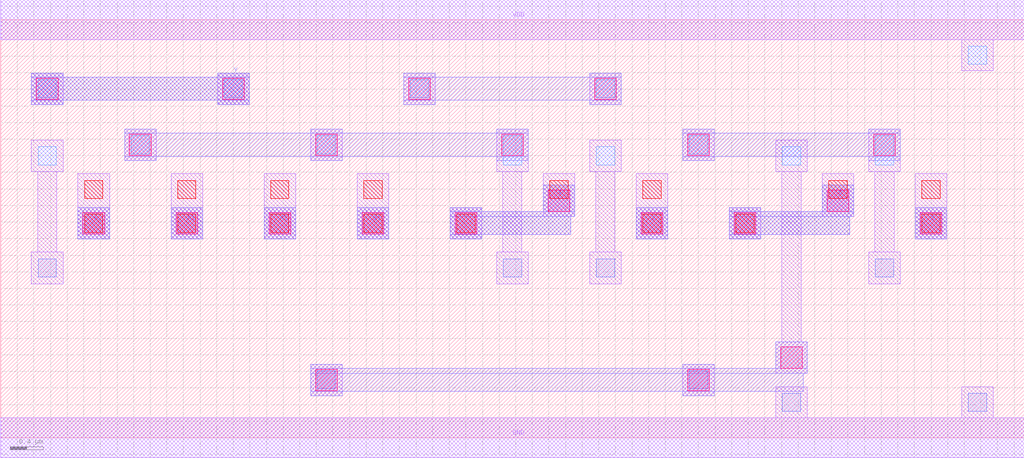
<source format=lef>
MACRO AAOAOI32111
 CLASS CORE ;
 FOREIGN AAOAOI32111 0 0 ;
 SIZE 12.32 BY 5.04 ;
 ORIGIN 0 0 ;
 SYMMETRY X Y R90 ;
 SITE unit ;
  PIN VDD
   DIRECTION INOUT ;
   USE POWER ;
   SHAPE ABUTMENT ;
    PORT
     CLASS CORE ;
       LAYER met1 ;
        RECT 0.00000000 4.80000000 12.32000000 5.28000000 ;
    END
  END VDD

  PIN GND
   DIRECTION INOUT ;
   USE POWER ;
   SHAPE ABUTMENT ;
    PORT
     CLASS CORE ;
       LAYER met1 ;
        RECT 0.00000000 -0.24000000 12.32000000 0.24000000 ;
    END
  END GND

  PIN Y
   DIRECTION INOUT ;
   USE SIGNAL ;
   SHAPE ABUTMENT ;
    PORT
     CLASS CORE ;
       LAYER met2 ;
        RECT 0.37000000 4.01700000 0.75000000 4.06700000 ;
        RECT 2.61000000 4.01700000 2.99000000 4.06700000 ;
        RECT 0.37000000 4.06700000 2.99000000 4.34700000 ;
        RECT 0.37000000 4.34700000 0.75000000 4.39700000 ;
        RECT 2.61000000 4.34700000 2.99000000 4.39700000 ;
    END
  END Y

  PIN D
   DIRECTION INOUT ;
   USE SIGNAL ;
   SHAPE ABUTMENT ;
    PORT
     CLASS CORE ;
       LAYER met2 ;
        RECT 8.77000000 2.39700000 9.15000000 2.44700000 ;
        RECT 8.77000000 2.44700000 10.22000000 2.66700000 ;
        RECT 8.77000000 2.66700000 10.27000000 2.72700000 ;
        RECT 8.77000000 2.72700000 9.15000000 2.77700000 ;
        RECT 9.89000000 2.72700000 10.27000000 3.04700000 ;
    END
  END D

  PIN A2
   DIRECTION INOUT ;
   USE SIGNAL ;
   SHAPE ABUTMENT ;
    PORT
     CLASS CORE ;
       LAYER met2 ;
        RECT 3.17000000 2.39700000 3.55000000 2.77700000 ;
    END
  END A2

  PIN A1
   DIRECTION INOUT ;
   USE SIGNAL ;
   SHAPE ABUTMENT ;
    PORT
     CLASS CORE ;
       LAYER met2 ;
        RECT 2.05000000 2.39700000 2.43000000 2.77700000 ;
    END
  END A1

  PIN B1
   DIRECTION INOUT ;
   USE SIGNAL ;
   SHAPE ABUTMENT ;
    PORT
     CLASS CORE ;
       LAYER met2 ;
        RECT 4.29000000 2.39700000 4.67000000 2.77700000 ;
    END
  END B1

  PIN B
   DIRECTION INOUT ;
   USE SIGNAL ;
   SHAPE ABUTMENT ;
    PORT
     CLASS CORE ;
       LAYER met2 ;
        RECT 5.41000000 2.39700000 5.79000000 2.44700000 ;
        RECT 5.41000000 2.44700000 6.86000000 2.66700000 ;
        RECT 5.41000000 2.66700000 6.91000000 2.72700000 ;
        RECT 5.41000000 2.72700000 5.79000000 2.77700000 ;
        RECT 6.53000000 2.72700000 6.91000000 3.04700000 ;
    END
  END B

  PIN E
   DIRECTION INOUT ;
   USE SIGNAL ;
   SHAPE ABUTMENT ;
    PORT
     CLASS CORE ;
       LAYER met2 ;
        RECT 11.01000000 2.39700000 11.39000000 2.77700000 ;
    END
  END E

  PIN C
   DIRECTION INOUT ;
   USE SIGNAL ;
   SHAPE ABUTMENT ;
    PORT
     CLASS CORE ;
       LAYER met2 ;
        RECT 7.65000000 2.39700000 8.03000000 2.77700000 ;
    END
  END C

  PIN A
   DIRECTION INOUT ;
   USE SIGNAL ;
   SHAPE ABUTMENT ;
    PORT
     CLASS CORE ;
       LAYER met2 ;
        RECT 0.93000000 2.39700000 1.31000000 2.77700000 ;
    END
  END A

 OBS
    LAYER polycont ;
     RECT 1.01000000 2.47700000 1.23000000 2.69700000 ;
     RECT 2.13000000 2.47700000 2.35000000 2.69700000 ;
     RECT 3.25000000 2.47700000 3.47000000 2.69700000 ;
     RECT 4.37000000 2.47700000 4.59000000 2.69700000 ;
     RECT 5.49000000 2.47700000 5.71000000 2.69700000 ;
     RECT 7.73000000 2.47700000 7.95000000 2.69700000 ;
     RECT 8.85000000 2.47700000 9.07000000 2.69700000 ;
     RECT 11.09000000 2.47700000 11.31000000 2.69700000 ;
     RECT 1.01000000 2.88200000 1.23000000 3.10200000 ;
     RECT 2.13000000 2.88200000 2.35000000 3.10200000 ;
     RECT 3.25000000 2.88200000 3.47000000 3.10200000 ;
     RECT 4.37000000 2.88200000 4.59000000 3.10200000 ;
     RECT 6.61000000 2.88200000 6.83000000 3.10200000 ;
     RECT 7.73000000 2.88200000 7.95000000 3.10200000 ;
     RECT 9.97000000 2.88200000 10.19000000 3.10200000 ;
     RECT 11.09000000 2.88200000 11.31000000 3.10200000 ;

    LAYER pdiffc ;
     RECT 0.45000000 3.28700000 0.67000000 3.50700000 ;
     RECT 7.17000000 3.28700000 7.39000000 3.50700000 ;
     RECT 9.41000000 3.28700000 9.63000000 3.50700000 ;
     RECT 1.57000000 3.42200000 1.79000000 3.64200000 ;
     RECT 3.81000000 3.42200000 4.03000000 3.64200000 ;
     RECT 6.05000000 3.28700000 6.27000000 3.64200000 ;
     RECT 8.29000000 3.42200000 8.51000000 3.64200000 ;
     RECT 10.53000000 3.28700000 10.75000000 3.64200000 ;
     RECT 0.45000000 4.09700000 0.67000000 4.31700000 ;
     RECT 2.69000000 4.09700000 2.91000000 4.31700000 ;
     RECT 4.93000000 4.09700000 5.15000000 4.31700000 ;
     RECT 7.17000000 4.09700000 7.39000000 4.31700000 ;
     RECT 11.65000000 4.50200000 11.87000000 4.72200000 ;

    LAYER ndiffc ;
     RECT 9.41000000 0.31700000 9.63000000 0.53700000 ;
     RECT 11.65000000 0.31700000 11.87000000 0.53700000 ;
     RECT 3.81000000 0.58700000 4.03000000 0.80700000 ;
     RECT 8.29000000 0.58700000 8.51000000 0.80700000 ;
     RECT 0.45000000 1.93700000 0.67000000 2.15700000 ;
     RECT 6.05000000 1.93700000 6.27000000 2.15700000 ;
     RECT 7.17000000 1.93700000 7.39000000 2.15700000 ;
     RECT 10.53000000 1.93700000 10.75000000 2.15700000 ;

    LAYER met1 ;
     RECT 0.00000000 -0.24000000 12.32000000 0.24000000 ;
     RECT 9.33000000 0.24000000 9.71000000 0.61700000 ;
     RECT 11.57000000 0.24000000 11.95000000 0.61700000 ;
     RECT 3.73000000 0.50700000 4.11000000 0.88700000 ;
     RECT 8.21000000 0.50700000 8.59000000 0.88700000 ;
     RECT 5.41000000 2.39700000 5.79000000 2.77700000 ;
     RECT 8.77000000 2.39700000 9.15000000 2.77700000 ;
     RECT 0.93000000 2.39700000 1.31000000 3.18200000 ;
     RECT 2.05000000 2.39700000 2.43000000 3.18200000 ;
     RECT 3.17000000 2.39700000 3.55000000 3.18200000 ;
     RECT 4.29000000 2.39700000 4.67000000 3.18200000 ;
     RECT 6.53000000 2.66700000 6.91000000 3.18200000 ;
     RECT 7.65000000 2.39700000 8.03000000 3.18200000 ;
     RECT 9.89000000 2.66700000 10.27000000 3.18200000 ;
     RECT 11.01000000 2.39700000 11.39000000 3.18200000 ;
     RECT 0.37000000 1.85700000 0.75000000 2.23700000 ;
     RECT 0.44500000 2.23700000 0.67500000 3.20700000 ;
     RECT 0.37000000 3.20700000 0.75000000 3.58700000 ;
     RECT 7.09000000 1.85700000 7.47000000 2.23700000 ;
     RECT 7.16500000 2.23700000 7.39500000 3.20700000 ;
     RECT 7.09000000 3.20700000 7.47000000 3.58700000 ;
     RECT 9.33000000 0.77700000 9.71000000 1.15700000 ;
     RECT 9.40500000 1.15700000 9.63500000 3.20700000 ;
     RECT 9.33000000 3.20700000 9.71000000 3.58700000 ;
     RECT 1.49000000 3.34200000 1.87000000 3.72200000 ;
     RECT 3.73000000 3.34200000 4.11000000 3.72200000 ;
     RECT 5.97000000 1.85700000 6.35000000 2.23700000 ;
     RECT 6.04500000 2.23700000 6.27500000 3.20700000 ;
     RECT 5.97000000 3.20700000 6.35000000 3.72200000 ;
     RECT 8.21000000 3.34200000 8.59000000 3.72200000 ;
     RECT 10.45000000 1.85700000 10.83000000 2.23700000 ;
     RECT 10.52500000 2.23700000 10.75500000 3.20700000 ;
     RECT 10.45000000 3.20700000 10.83000000 3.72200000 ;
     RECT 0.37000000 4.01700000 0.75000000 4.39700000 ;
     RECT 2.61000000 4.01700000 2.99000000 4.39700000 ;
     RECT 4.85000000 4.01700000 5.23000000 4.39700000 ;
     RECT 7.09000000 4.01700000 7.47000000 4.39700000 ;
     RECT 11.57000000 4.42200000 11.95000000 4.80000000 ;
     RECT 0.00000000 4.80000000 12.32000000 5.28000000 ;

    LAYER via1 ;
     RECT 3.79000000 0.56700000 4.05000000 0.82700000 ;
     RECT 8.27000000 0.56700000 8.53000000 0.82700000 ;
     RECT 9.39000000 0.83700000 9.65000000 1.09700000 ;
     RECT 0.99000000 2.45700000 1.25000000 2.71700000 ;
     RECT 2.11000000 2.45700000 2.37000000 2.71700000 ;
     RECT 3.23000000 2.45700000 3.49000000 2.71700000 ;
     RECT 4.35000000 2.45700000 4.61000000 2.71700000 ;
     RECT 5.47000000 2.45700000 5.73000000 2.71700000 ;
     RECT 7.71000000 2.45700000 7.97000000 2.71700000 ;
     RECT 8.83000000 2.45700000 9.09000000 2.71700000 ;
     RECT 11.07000000 2.45700000 11.33000000 2.71700000 ;
     RECT 6.59000000 2.72700000 6.85000000 2.98700000 ;
     RECT 9.95000000 2.72700000 10.21000000 2.98700000 ;
     RECT 1.55000000 3.40200000 1.81000000 3.66200000 ;
     RECT 3.79000000 3.40200000 4.05000000 3.66200000 ;
     RECT 6.03000000 3.40200000 6.29000000 3.66200000 ;
     RECT 8.27000000 3.40200000 8.53000000 3.66200000 ;
     RECT 10.51000000 3.40200000 10.77000000 3.66200000 ;
     RECT 0.43000000 4.07700000 0.69000000 4.33700000 ;
     RECT 2.67000000 4.07700000 2.93000000 4.33700000 ;
     RECT 4.91000000 4.07700000 5.17000000 4.33700000 ;
     RECT 7.15000000 4.07700000 7.41000000 4.33700000 ;

    LAYER met2 ;
     RECT 3.73000000 0.50700000 4.11000000 0.55700000 ;
     RECT 8.21000000 0.50700000 8.59000000 0.55700000 ;
     RECT 3.73000000 0.55700000 9.66000000 0.77700000 ;
     RECT 3.73000000 0.77700000 9.71000000 0.83700000 ;
     RECT 3.73000000 0.83700000 4.11000000 0.88700000 ;
     RECT 8.21000000 0.83700000 8.59000000 0.88700000 ;
     RECT 9.33000000 0.83700000 9.71000000 1.15700000 ;
     RECT 0.93000000 2.39700000 1.31000000 2.77700000 ;
     RECT 2.05000000 2.39700000 2.43000000 2.77700000 ;
     RECT 3.17000000 2.39700000 3.55000000 2.77700000 ;
     RECT 4.29000000 2.39700000 4.67000000 2.77700000 ;
     RECT 7.65000000 2.39700000 8.03000000 2.77700000 ;
     RECT 11.01000000 2.39700000 11.39000000 2.77700000 ;
     RECT 5.41000000 2.39700000 5.79000000 2.44700000 ;
     RECT 5.41000000 2.44700000 6.86000000 2.66700000 ;
     RECT 5.41000000 2.66700000 6.91000000 2.72700000 ;
     RECT 5.41000000 2.72700000 5.79000000 2.77700000 ;
     RECT 6.53000000 2.72700000 6.91000000 3.04700000 ;
     RECT 8.77000000 2.39700000 9.15000000 2.44700000 ;
     RECT 8.77000000 2.44700000 10.22000000 2.66700000 ;
     RECT 8.77000000 2.66700000 10.27000000 2.72700000 ;
     RECT 8.77000000 2.72700000 9.15000000 2.77700000 ;
     RECT 9.89000000 2.72700000 10.27000000 3.04700000 ;
     RECT 1.49000000 3.34200000 1.87000000 3.39200000 ;
     RECT 3.73000000 3.34200000 4.11000000 3.39200000 ;
     RECT 5.97000000 3.34200000 6.35000000 3.39200000 ;
     RECT 1.49000000 3.39200000 6.35000000 3.67200000 ;
     RECT 1.49000000 3.67200000 1.87000000 3.72200000 ;
     RECT 3.73000000 3.67200000 4.11000000 3.72200000 ;
     RECT 5.97000000 3.67200000 6.35000000 3.72200000 ;
     RECT 8.21000000 3.34200000 8.59000000 3.39200000 ;
     RECT 10.45000000 3.34200000 10.83000000 3.39200000 ;
     RECT 8.21000000 3.39200000 10.83000000 3.67200000 ;
     RECT 8.21000000 3.67200000 8.59000000 3.72200000 ;
     RECT 10.45000000 3.67200000 10.83000000 3.72200000 ;
     RECT 0.37000000 4.01700000 0.75000000 4.06700000 ;
     RECT 2.61000000 4.01700000 2.99000000 4.06700000 ;
     RECT 0.37000000 4.06700000 2.99000000 4.34700000 ;
     RECT 0.37000000 4.34700000 0.75000000 4.39700000 ;
     RECT 2.61000000 4.34700000 2.99000000 4.39700000 ;
     RECT 4.85000000 4.01700000 5.23000000 4.06700000 ;
     RECT 7.09000000 4.01700000 7.47000000 4.06700000 ;
     RECT 4.85000000 4.06700000 7.47000000 4.34700000 ;
     RECT 4.85000000 4.34700000 5.23000000 4.39700000 ;
     RECT 7.09000000 4.34700000 7.47000000 4.39700000 ;

 END
END AAOAOI32111

</source>
